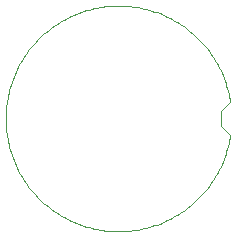
<source format=gko>
G75*
%MOIN*%
%OFA0B0*%
%FSLAX25Y25*%
%IPPOS*%
%LPD*%
%AMOC8*
5,1,8,0,0,1.08239X$1,22.5*
%
%ADD10C,0.00004*%
D10*
X0088946Y0035402D02*
X0088800Y0034494D01*
X0088632Y0033591D01*
X0088442Y0032691D01*
X0088230Y0031796D01*
X0087996Y0030907D01*
X0087741Y0030024D01*
X0087464Y0029147D01*
X0087166Y0028278D01*
X0086846Y0027416D01*
X0086506Y0026562D01*
X0086145Y0025716D01*
X0085763Y0024880D01*
X0085361Y0024053D01*
X0084939Y0023236D01*
X0084497Y0022430D01*
X0084035Y0021635D01*
X0083554Y0020851D01*
X0083054Y0020080D01*
X0082536Y0019321D01*
X0081999Y0018574D01*
X0081444Y0017841D01*
X0080871Y0017122D01*
X0080281Y0016417D01*
X0079673Y0015727D01*
X0079049Y0015052D01*
X0078409Y0014392D01*
X0077753Y0013748D01*
X0077081Y0013121D01*
X0076394Y0012510D01*
X0075692Y0011915D01*
X0074977Y0011339D01*
X0074247Y0010780D01*
X0073503Y0010239D01*
X0072747Y0009716D01*
X0071978Y0009212D01*
X0071197Y0008726D01*
X0070405Y0008260D01*
X0069601Y0007814D01*
X0068787Y0007387D01*
X0067962Y0006981D01*
X0067128Y0006594D01*
X0066284Y0006229D01*
X0065432Y0005883D01*
X0064572Y0005559D01*
X0063704Y0005256D01*
X0062829Y0004974D01*
X0061947Y0004714D01*
X0061059Y0004476D01*
X0060166Y0004259D01*
X0059267Y0004064D01*
X0058364Y0003891D01*
X0057457Y0003740D01*
X0056547Y0003611D01*
X0055634Y0003505D01*
X0054718Y0003421D01*
X0053801Y0003359D01*
X0052882Y0003320D01*
X0051963Y0003304D01*
X0051044Y0003309D01*
X0050125Y0003338D01*
X0049207Y0003388D01*
X0048290Y0003462D01*
X0047376Y0003557D01*
X0046464Y0003675D01*
X0045556Y0003815D01*
X0044651Y0003977D01*
X0043750Y0004162D01*
X0042854Y0004368D01*
X0041963Y0004596D01*
X0041079Y0004846D01*
X0040200Y0005117D01*
X0039329Y0005410D01*
X0038465Y0005724D01*
X0037608Y0006059D01*
X0036761Y0006415D01*
X0035922Y0006792D01*
X0035093Y0007188D01*
X0034273Y0007605D01*
X0033464Y0008042D01*
X0032666Y0008499D01*
X0031880Y0008975D01*
X0031105Y0009470D01*
X0030343Y0009984D01*
X0029593Y0010516D01*
X0028857Y0011066D01*
X0028134Y0011635D01*
X0027425Y0012220D01*
X0026731Y0012823D01*
X0026052Y0013443D01*
X0025388Y0014079D01*
X0024740Y0014731D01*
X0024108Y0015399D01*
X0023493Y0016082D01*
X0022894Y0016780D01*
X0022313Y0017492D01*
X0021749Y0018218D01*
X0021204Y0018958D01*
X0020676Y0019711D01*
X0020167Y0020477D01*
X0019677Y0021255D01*
X0019206Y0022044D01*
X0018755Y0022845D01*
X0018323Y0023657D01*
X0017911Y0024479D01*
X0017519Y0025311D01*
X0017148Y0026152D01*
X0016798Y0027002D01*
X0016468Y0027860D01*
X0016159Y0028726D01*
X0015872Y0029599D01*
X0015606Y0030480D01*
X0015362Y0031366D01*
X0015140Y0032258D01*
X0014939Y0033155D01*
X0014760Y0034057D01*
X0014604Y0034963D01*
X0014469Y0035873D01*
X0014357Y0036785D01*
X0014268Y0037700D01*
X0014200Y0038617D01*
X0014155Y0039535D01*
X0014133Y0040454D01*
X0014133Y0041374D01*
X0014155Y0042293D01*
X0014200Y0043211D01*
X0014268Y0044128D01*
X0014357Y0045043D01*
X0014469Y0045955D01*
X0014604Y0046865D01*
X0014760Y0047771D01*
X0014939Y0048673D01*
X0015140Y0049570D01*
X0015362Y0050462D01*
X0015606Y0051348D01*
X0015872Y0052229D01*
X0016159Y0053102D01*
X0016468Y0053968D01*
X0016798Y0054826D01*
X0017148Y0055676D01*
X0017519Y0056517D01*
X0017911Y0057349D01*
X0018323Y0058171D01*
X0018755Y0058983D01*
X0019206Y0059784D01*
X0019677Y0060573D01*
X0020167Y0061351D01*
X0020676Y0062117D01*
X0021204Y0062870D01*
X0021749Y0063610D01*
X0022313Y0064336D01*
X0022894Y0065048D01*
X0023493Y0065746D01*
X0024108Y0066429D01*
X0024740Y0067097D01*
X0025388Y0067749D01*
X0026052Y0068385D01*
X0026731Y0069005D01*
X0027425Y0069608D01*
X0028134Y0070193D01*
X0028857Y0070762D01*
X0029593Y0071312D01*
X0030343Y0071844D01*
X0031105Y0072358D01*
X0031880Y0072853D01*
X0032666Y0073329D01*
X0033464Y0073786D01*
X0034273Y0074223D01*
X0035093Y0074640D01*
X0035922Y0075036D01*
X0036761Y0075413D01*
X0037608Y0075769D01*
X0038465Y0076104D01*
X0039329Y0076418D01*
X0040200Y0076711D01*
X0041079Y0076982D01*
X0041963Y0077232D01*
X0042854Y0077460D01*
X0043750Y0077666D01*
X0044651Y0077851D01*
X0045556Y0078013D01*
X0046464Y0078153D01*
X0047376Y0078271D01*
X0048290Y0078366D01*
X0049207Y0078440D01*
X0050125Y0078490D01*
X0051044Y0078519D01*
X0051963Y0078524D01*
X0052882Y0078508D01*
X0053801Y0078469D01*
X0054718Y0078407D01*
X0055634Y0078323D01*
X0056547Y0078217D01*
X0057457Y0078088D01*
X0058364Y0077937D01*
X0059267Y0077764D01*
X0060166Y0077569D01*
X0061059Y0077352D01*
X0061947Y0077114D01*
X0062829Y0076854D01*
X0063704Y0076572D01*
X0064572Y0076269D01*
X0065432Y0075945D01*
X0066284Y0075599D01*
X0067128Y0075234D01*
X0067962Y0074847D01*
X0068787Y0074441D01*
X0069601Y0074014D01*
X0070405Y0073568D01*
X0071197Y0073102D01*
X0071978Y0072616D01*
X0072747Y0072112D01*
X0073503Y0071589D01*
X0074247Y0071048D01*
X0074977Y0070489D01*
X0075692Y0069913D01*
X0076394Y0069318D01*
X0077081Y0068707D01*
X0077753Y0068080D01*
X0078409Y0067436D01*
X0079049Y0066776D01*
X0079673Y0066101D01*
X0080281Y0065411D01*
X0080871Y0064706D01*
X0081444Y0063987D01*
X0081999Y0063254D01*
X0082536Y0062507D01*
X0083054Y0061748D01*
X0083554Y0060977D01*
X0084035Y0060193D01*
X0084497Y0059398D01*
X0084939Y0058592D01*
X0085361Y0057775D01*
X0085763Y0056948D01*
X0086145Y0056112D01*
X0086506Y0055266D01*
X0086846Y0054412D01*
X0087166Y0053550D01*
X0087464Y0052681D01*
X0087741Y0051804D01*
X0087996Y0050921D01*
X0088230Y0050032D01*
X0088442Y0049137D01*
X0088632Y0048237D01*
X0088800Y0047334D01*
X0088946Y0046426D01*
X0088945Y0046426D02*
X0085796Y0043276D01*
X0085796Y0038552D01*
X0088945Y0035402D01*
M02*

</source>
